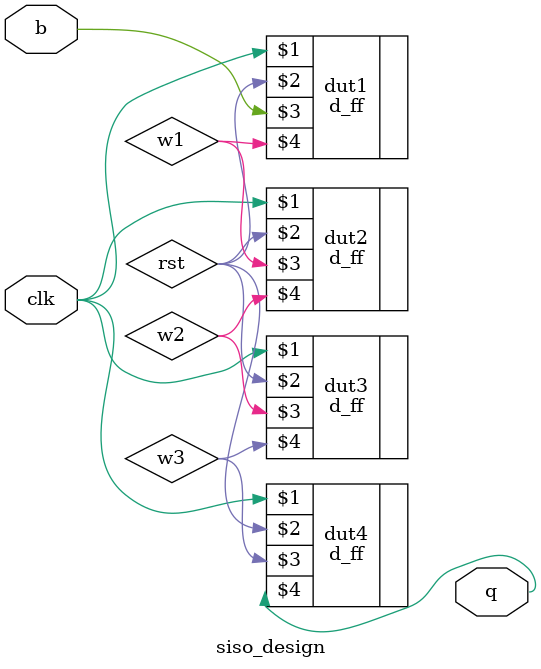
<source format=v>
module siso_design(clk,b,q);
input clk,b;
output q;
wire w1,w2,w3;

d_ff dut1(clk,rst,b,w1);
d_ff dut2(clk,rst,w1,w2);
d_ff dut3(clk,rst,w2,w3);
d_ff dut4(clk,rst,w3,q);
endmodule
</source>
